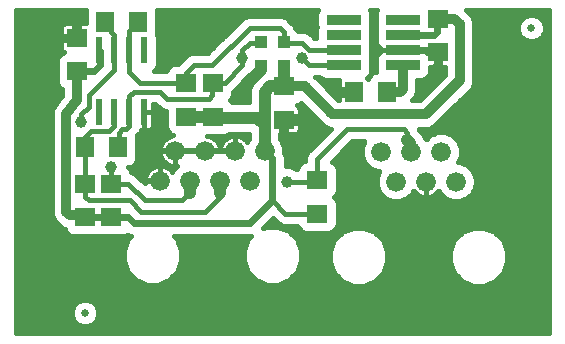
<source format=gtl>
G75*
%MOIN*%
%OFA0B0*%
%FSLAX24Y24*%
%IPPOS*%
%LPD*%
%AMOC8*
5,1,8,0,0,1.08239X$1,22.5*
%
%ADD10R,0.0630X0.0709*%
%ADD11R,0.0236X0.0866*%
%ADD12R,0.1181X0.0354*%
%ADD13R,0.0709X0.0630*%
%ADD14R,0.0710X0.0630*%
%ADD15R,0.0630X0.0710*%
%ADD16C,0.0660*%
%ADD17R,0.0394X0.0394*%
%ADD18C,0.0250*%
%ADD19C,0.0320*%
%ADD20C,0.0396*%
%ADD21C,0.0400*%
%ADD22C,0.0240*%
%ADD23C,0.0160*%
D10*
X011691Y008693D03*
X012793Y008693D03*
D11*
X004713Y008051D03*
X004213Y008051D03*
X003713Y008051D03*
X003213Y008051D03*
X003213Y010099D03*
X003713Y010099D03*
X004213Y010099D03*
X004713Y010099D03*
D12*
X011361Y010104D03*
X011361Y010604D03*
X011361Y011104D03*
X013330Y011104D03*
X013330Y010604D03*
X013330Y010104D03*
X013330Y009604D03*
X011361Y009604D03*
D13*
X009356Y008887D03*
X009356Y007785D03*
X014499Y010046D03*
X014499Y011148D03*
X002463Y010501D03*
X002463Y009399D03*
D14*
X006117Y009003D03*
X006999Y009003D03*
X006999Y007883D03*
X006117Y007883D03*
X003606Y005646D03*
X002731Y005646D03*
X002731Y004526D03*
X003606Y004526D03*
X010481Y004651D03*
X010481Y005771D03*
D15*
X003848Y006878D03*
X002728Y006878D03*
X003396Y011042D03*
X004516Y011042D03*
D16*
X005731Y006745D03*
X006731Y006745D03*
X007731Y006745D03*
X008731Y006745D03*
X008231Y005745D03*
X007231Y005745D03*
X006231Y005745D03*
X005231Y005745D03*
X012606Y006711D03*
X013606Y006711D03*
X014606Y006711D03*
X014106Y005711D03*
X013106Y005711D03*
X015106Y005711D03*
D17*
X009375Y009567D03*
X008587Y009567D03*
X008587Y010355D03*
X009375Y010355D03*
D18*
X017610Y010836D03*
X002735Y001336D03*
D19*
X002731Y004526D02*
X002546Y004586D01*
X002231Y004586D01*
X002106Y004711D01*
X002106Y007961D01*
X002463Y008443D01*
X002463Y009399D01*
X002463Y010501D02*
X002463Y011068D01*
X002481Y011086D01*
X009356Y008887D02*
X010055Y008887D01*
X010981Y007961D01*
X014106Y007961D01*
X015231Y009086D01*
X015231Y010961D01*
X015044Y011148D01*
X014499Y011148D01*
X013330Y009604D02*
X013330Y008809D01*
X013231Y008711D01*
X012811Y008711D01*
X012793Y008693D01*
X011691Y008693D02*
X011124Y008693D01*
X010981Y008836D01*
D20*
X010981Y008836D03*
X009981Y009836D03*
X007981Y009836D03*
X008106Y008961D03*
X009981Y007711D03*
X009481Y005711D03*
X003606Y006211D03*
X002606Y007711D03*
X005481Y009711D03*
X002481Y011086D03*
X009856Y011086D03*
X014481Y009461D03*
D21*
X013481Y007086D02*
X013569Y006998D01*
X009981Y007711D02*
X009907Y007785D01*
X009356Y007785D01*
X008731Y007586D02*
X008481Y007836D01*
X007046Y007836D01*
X006999Y007883D01*
X006117Y007883D01*
X008106Y008961D02*
X008587Y009442D01*
X008587Y009567D01*
X009375Y009567D02*
X009375Y008906D01*
X009356Y008887D01*
X008907Y008887D01*
X008731Y008711D01*
X008731Y006745D01*
X008731Y007586D01*
X007231Y005745D02*
X007231Y005336D01*
X006231Y005336D02*
X006231Y005745D01*
D22*
X004356Y004336D02*
X004166Y004526D01*
X003606Y004526D01*
X002731Y004526D01*
X004356Y004336D02*
X008231Y004336D01*
X008981Y005086D01*
X008981Y006495D01*
X008731Y006745D01*
X003231Y009586D02*
X003231Y010081D01*
X003213Y010099D01*
X003231Y009586D02*
X003044Y009399D01*
X002463Y009399D01*
X013330Y010104D02*
X014441Y010104D01*
X014499Y010046D01*
X014499Y009479D01*
X014481Y009461D01*
X014374Y010604D02*
X013330Y010604D01*
X014374Y010604D02*
X014481Y010711D01*
X014481Y011130D01*
X014499Y011148D01*
D23*
X000430Y011433D02*
X000430Y000656D01*
X018215Y000656D01*
X018215Y011433D01*
X015438Y011433D01*
X015638Y011233D01*
X015711Y011056D01*
X015711Y010865D01*
X015711Y008990D01*
X015638Y008814D01*
X014513Y007689D01*
X014513Y007689D01*
X014378Y007554D01*
X014202Y007481D01*
X013854Y007481D01*
X013877Y007425D01*
X014010Y007293D01*
X014056Y007180D01*
X014106Y007130D01*
X014238Y007262D01*
X014477Y007361D01*
X014735Y007361D01*
X014974Y007262D01*
X015157Y007079D01*
X015256Y006840D01*
X015256Y006582D01*
X015165Y006361D01*
X015235Y006361D01*
X015474Y006262D01*
X015657Y006079D01*
X015756Y005840D01*
X015756Y005582D01*
X015657Y005343D01*
X015474Y005160D01*
X015235Y005061D01*
X014977Y005061D01*
X014738Y005160D01*
X014555Y005343D01*
X014524Y005418D01*
X014495Y005379D01*
X014438Y005322D01*
X014373Y005275D01*
X014302Y005238D01*
X014226Y005213D01*
X014146Y005201D01*
X014115Y005201D01*
X014115Y005702D01*
X014098Y005702D01*
X014098Y005201D01*
X014066Y005201D01*
X013987Y005213D01*
X013910Y005238D01*
X013839Y005275D01*
X013774Y005322D01*
X013717Y005379D01*
X013688Y005418D01*
X013657Y005343D01*
X013474Y005160D01*
X013235Y005061D01*
X012977Y005061D01*
X012738Y005160D01*
X012555Y005343D01*
X012456Y005582D01*
X012456Y005840D01*
X012548Y006061D01*
X012477Y006061D01*
X012238Y006160D01*
X012055Y006343D01*
X011956Y006582D01*
X011956Y006840D01*
X012048Y007061D01*
X011647Y007061D01*
X010965Y006379D01*
X011017Y006357D01*
X011107Y006267D01*
X011156Y006149D01*
X011156Y005392D01*
X011107Y005274D01*
X011044Y005211D01*
X011107Y005147D01*
X011156Y005030D01*
X011156Y004272D01*
X011107Y004155D01*
X011017Y004065D01*
X010900Y004016D01*
X010063Y004016D01*
X009945Y004065D01*
X009855Y004155D01*
X009815Y004251D01*
X009336Y004251D01*
X009189Y004312D01*
X009009Y004492D01*
X008675Y004158D01*
X008790Y004205D01*
X009172Y004205D01*
X009525Y004059D01*
X009795Y003789D01*
X009941Y003436D01*
X009941Y003054D01*
X009795Y002702D01*
X009525Y002431D01*
X009172Y002285D01*
X008790Y002285D01*
X008437Y002431D01*
X008167Y002702D01*
X008021Y003054D01*
X008021Y003436D01*
X008167Y003789D01*
X008274Y003896D01*
X005688Y003896D01*
X005795Y003789D01*
X005941Y003436D01*
X005941Y003054D01*
X005795Y002702D01*
X005525Y002431D01*
X005172Y002285D01*
X004790Y002285D01*
X004437Y002431D01*
X004167Y002702D01*
X004021Y003054D01*
X004021Y003436D01*
X004167Y003789D01*
X004274Y003896D01*
X004269Y003896D01*
X004148Y003946D01*
X004142Y003940D01*
X004025Y003891D01*
X003188Y003891D01*
X003169Y003899D01*
X003150Y003891D01*
X002313Y003891D01*
X002195Y003940D01*
X002105Y004030D01*
X002061Y004137D01*
X001959Y004179D01*
X001699Y004439D01*
X001626Y004615D01*
X000430Y004615D01*
X000430Y004457D02*
X001692Y004457D01*
X001626Y004615D02*
X001626Y007925D01*
X001617Y007985D01*
X001626Y008020D01*
X001626Y008056D01*
X001649Y008112D01*
X001664Y008170D01*
X001685Y008199D01*
X001699Y008233D01*
X001742Y008275D01*
X001983Y008602D01*
X001983Y008790D01*
X001928Y008813D01*
X001838Y008903D01*
X001789Y009020D01*
X001789Y009777D01*
X001838Y009895D01*
X001928Y009985D01*
X002027Y010026D01*
X001999Y010042D01*
X001965Y010076D01*
X001941Y010117D01*
X001929Y010163D01*
X000430Y010163D01*
X000430Y010321D02*
X001929Y010321D01*
X001929Y010424D02*
X001929Y010163D01*
X001974Y010004D02*
X000430Y010004D01*
X000430Y009846D02*
X001817Y009846D01*
X001789Y009687D02*
X000430Y009687D01*
X000430Y009529D02*
X001789Y009529D01*
X001789Y009370D02*
X000430Y009370D01*
X000430Y009212D02*
X001789Y009212D01*
X001789Y009053D02*
X000430Y009053D01*
X000430Y008895D02*
X001846Y008895D01*
X001983Y008736D02*
X000430Y008736D01*
X000430Y008578D02*
X001966Y008578D01*
X001848Y008419D02*
X000430Y008419D01*
X000430Y008261D02*
X001727Y008261D01*
X001645Y008102D02*
X000430Y008102D01*
X000430Y007944D02*
X001623Y007944D01*
X001626Y007785D02*
X000430Y007785D01*
X000430Y007627D02*
X001626Y007627D01*
X001626Y007468D02*
X000430Y007468D01*
X000430Y007310D02*
X001626Y007310D01*
X001626Y007151D02*
X000430Y007151D01*
X000430Y006993D02*
X001626Y006993D01*
X001626Y006834D02*
X000430Y006834D01*
X000430Y006676D02*
X001626Y006676D01*
X001626Y006517D02*
X000430Y006517D01*
X000430Y006359D02*
X001626Y006359D01*
X001626Y006200D02*
X000430Y006200D01*
X000430Y006042D02*
X001626Y006042D01*
X001626Y005883D02*
X000430Y005883D01*
X000430Y005725D02*
X001626Y005725D01*
X001626Y005566D02*
X000430Y005566D01*
X000430Y005408D02*
X001626Y005408D01*
X001626Y005249D02*
X000430Y005249D01*
X000430Y005091D02*
X001626Y005091D01*
X001626Y004932D02*
X000430Y004932D01*
X000430Y004774D02*
X001626Y004774D01*
X001840Y004298D02*
X000430Y004298D01*
X000430Y004140D02*
X002054Y004140D01*
X002153Y003981D02*
X000430Y003981D01*
X000430Y003823D02*
X004201Y003823D01*
X004116Y003664D02*
X000430Y003664D01*
X000430Y003506D02*
X004050Y003506D01*
X004021Y003347D02*
X000430Y003347D01*
X000430Y003189D02*
X004021Y003189D01*
X004031Y003030D02*
X000430Y003030D01*
X000430Y002872D02*
X004097Y002872D01*
X004162Y002713D02*
X000430Y002713D01*
X000430Y002555D02*
X004314Y002555D01*
X004522Y002396D02*
X000430Y002396D01*
X000430Y002238D02*
X018215Y002238D01*
X018215Y002396D02*
X016398Y002396D01*
X016400Y002397D02*
X016670Y002667D01*
X016816Y003020D01*
X016816Y003402D01*
X016670Y003755D01*
X016400Y004025D01*
X016047Y004171D01*
X015665Y004171D01*
X015312Y004025D01*
X015042Y003755D01*
X014896Y003402D01*
X014896Y003020D01*
X015042Y002667D01*
X015312Y002397D01*
X015665Y002251D01*
X016047Y002251D01*
X016400Y002397D01*
X016558Y002555D02*
X018215Y002555D01*
X018215Y002713D02*
X016689Y002713D01*
X016755Y002872D02*
X018215Y002872D01*
X018215Y003030D02*
X016816Y003030D01*
X016816Y003189D02*
X018215Y003189D01*
X018215Y003347D02*
X016816Y003347D01*
X016773Y003506D02*
X018215Y003506D01*
X018215Y003664D02*
X016707Y003664D01*
X016602Y003823D02*
X018215Y003823D01*
X018215Y003981D02*
X016443Y003981D01*
X016122Y004140D02*
X018215Y004140D01*
X018215Y004298D02*
X011156Y004298D01*
X011092Y004140D02*
X011590Y004140D01*
X011665Y004171D02*
X011312Y004025D01*
X011042Y003755D01*
X010896Y003402D01*
X010896Y003020D01*
X011042Y002667D01*
X011312Y002397D01*
X011665Y002251D01*
X012047Y002251D01*
X012400Y002397D01*
X012670Y002667D01*
X012816Y003020D01*
X012816Y003402D01*
X012670Y003755D01*
X012400Y004025D01*
X012047Y004171D01*
X011665Y004171D01*
X011269Y003981D02*
X009603Y003981D01*
X009761Y003823D02*
X011111Y003823D01*
X011005Y003664D02*
X009847Y003664D01*
X009912Y003506D02*
X010939Y003506D01*
X010896Y003347D02*
X009941Y003347D01*
X009941Y003189D02*
X010896Y003189D01*
X010896Y003030D02*
X009931Y003030D01*
X009866Y002872D02*
X010958Y002872D01*
X011023Y002713D02*
X009800Y002713D01*
X009648Y002555D02*
X011155Y002555D01*
X011314Y002396D02*
X009440Y002396D01*
X008522Y002396D02*
X005440Y002396D01*
X005648Y002555D02*
X008314Y002555D01*
X008162Y002713D02*
X005800Y002713D01*
X005866Y002872D02*
X008097Y002872D01*
X008031Y003030D02*
X005931Y003030D01*
X005941Y003189D02*
X008021Y003189D01*
X008021Y003347D02*
X005941Y003347D01*
X005912Y003506D02*
X008050Y003506D01*
X008116Y003664D02*
X005847Y003664D01*
X005761Y003823D02*
X008201Y003823D01*
X008816Y004298D02*
X009222Y004298D01*
X009330Y004140D02*
X009870Y004140D01*
X009044Y004457D02*
X008974Y004457D01*
X009416Y004651D02*
X008981Y005086D01*
X009416Y004651D02*
X010481Y004651D01*
X011156Y004615D02*
X018215Y004615D01*
X018215Y004457D02*
X011156Y004457D01*
X011156Y004774D02*
X018215Y004774D01*
X018215Y004932D02*
X011156Y004932D01*
X011131Y005091D02*
X012904Y005091D01*
X013308Y005091D02*
X014904Y005091D01*
X014648Y005249D02*
X014324Y005249D01*
X014115Y005249D02*
X014098Y005249D01*
X014098Y005408D02*
X014115Y005408D01*
X014098Y005566D02*
X014115Y005566D01*
X013889Y005249D02*
X013564Y005249D01*
X013684Y005408D02*
X013696Y005408D01*
X014516Y005408D02*
X014528Y005408D01*
X015308Y005091D02*
X018215Y005091D01*
X018215Y005249D02*
X015564Y005249D01*
X015684Y005408D02*
X018215Y005408D01*
X018215Y005566D02*
X015750Y005566D01*
X015756Y005725D02*
X018215Y005725D01*
X018215Y005883D02*
X015738Y005883D01*
X015673Y006042D02*
X018215Y006042D01*
X018215Y006200D02*
X015536Y006200D01*
X015240Y006359D02*
X018215Y006359D01*
X018215Y006517D02*
X015230Y006517D01*
X015256Y006676D02*
X018215Y006676D01*
X018215Y006834D02*
X015256Y006834D01*
X015193Y006993D02*
X018215Y006993D01*
X018215Y007151D02*
X015085Y007151D01*
X014859Y007310D02*
X018215Y007310D01*
X018215Y007468D02*
X013859Y007468D01*
X013993Y007310D02*
X014354Y007310D01*
X014127Y007151D02*
X014085Y007151D01*
X013606Y006998D02*
X013606Y006711D01*
X013606Y006998D02*
X013569Y006998D01*
X013481Y007086D02*
X013481Y007336D01*
X013356Y007461D01*
X011481Y007461D01*
X010481Y006461D01*
X010481Y005771D01*
X010421Y005711D01*
X009481Y005711D01*
X009806Y006119D02*
X009775Y006150D01*
X009584Y006229D01*
X009421Y006229D01*
X009421Y006583D01*
X009381Y006679D01*
X009381Y006875D01*
X009282Y007114D01*
X009251Y007145D01*
X009251Y007290D01*
X009279Y007290D01*
X009279Y007707D01*
X009434Y007707D01*
X009434Y007862D01*
X009891Y007862D01*
X009891Y008123D01*
X009878Y008169D01*
X009855Y008210D01*
X009821Y008244D01*
X009793Y008260D01*
X009892Y008301D01*
X009927Y008336D01*
X010709Y007554D01*
X010886Y007481D01*
X010935Y007481D01*
X010255Y006800D01*
X010142Y006687D01*
X010081Y006540D01*
X010081Y006406D01*
X010063Y006406D01*
X009945Y006357D01*
X009855Y006267D01*
X009806Y006149D01*
X009806Y006119D01*
X009827Y006200D02*
X009653Y006200D01*
X009421Y006359D02*
X009950Y006359D01*
X010081Y006517D02*
X009421Y006517D01*
X009383Y006676D02*
X010137Y006676D01*
X010289Y006834D02*
X009381Y006834D01*
X009332Y006993D02*
X010448Y006993D01*
X010606Y007151D02*
X009251Y007151D01*
X009279Y007310D02*
X009434Y007310D01*
X009434Y007290D02*
X009734Y007290D01*
X009780Y007302D01*
X009821Y007326D01*
X009855Y007359D01*
X009878Y007400D01*
X009891Y007446D01*
X009891Y007707D01*
X009434Y007707D01*
X009434Y007290D01*
X009434Y007468D02*
X009279Y007468D01*
X009279Y007627D02*
X009434Y007627D01*
X009434Y007785D02*
X010478Y007785D01*
X010636Y007627D02*
X009891Y007627D01*
X009891Y007468D02*
X010923Y007468D01*
X010765Y007310D02*
X009794Y007310D01*
X009891Y007944D02*
X010319Y007944D01*
X010161Y008102D02*
X009891Y008102D01*
X009795Y008261D02*
X010002Y008261D01*
X010884Y008736D02*
X011613Y008736D01*
X011613Y008771D02*
X011613Y008616D01*
X011196Y008616D01*
X011196Y008441D01*
X011180Y008441D01*
X010462Y009159D01*
X010417Y009204D01*
X010541Y009204D01*
X010589Y009155D01*
X010707Y009106D01*
X011205Y009106D01*
X011196Y009071D01*
X011196Y008771D01*
X011613Y008771D01*
X011196Y008895D02*
X010726Y008895D01*
X010567Y009053D02*
X011196Y009053D01*
X011196Y008578D02*
X011043Y008578D01*
X012143Y009165D02*
X012223Y009245D01*
X012272Y009363D01*
X012272Y009844D01*
X012268Y009854D01*
X012272Y009863D01*
X012272Y010344D01*
X012268Y010354D01*
X012272Y010363D01*
X012272Y010844D01*
X012268Y010854D01*
X012272Y010863D01*
X012272Y011344D01*
X012235Y011433D01*
X012456Y011433D01*
X012419Y011344D01*
X012419Y010863D01*
X012423Y010854D01*
X012419Y010844D01*
X012419Y010363D01*
X012468Y010245D01*
X012558Y010155D01*
X012559Y010155D01*
X012559Y010112D01*
X012662Y010112D01*
X012675Y010106D01*
X013321Y010106D01*
X013321Y010101D01*
X012675Y010101D01*
X012662Y010095D01*
X012559Y010095D01*
X012559Y010053D01*
X012558Y010052D01*
X012468Y009962D01*
X012419Y009844D01*
X012419Y009367D01*
X012415Y009367D01*
X012297Y009319D01*
X012207Y009229D01*
X012166Y009130D01*
X012150Y009158D01*
X012143Y009165D01*
X012190Y009212D02*
X012200Y009212D01*
X012272Y009370D02*
X012419Y009370D01*
X012419Y009529D02*
X012272Y009529D01*
X012272Y009687D02*
X012419Y009687D01*
X012420Y009846D02*
X012271Y009846D01*
X012272Y010004D02*
X012510Y010004D01*
X012550Y010163D02*
X012272Y010163D01*
X012272Y010321D02*
X012436Y010321D01*
X012419Y010480D02*
X012272Y010480D01*
X012272Y010638D02*
X012419Y010638D01*
X012419Y010797D02*
X012272Y010797D01*
X012272Y010955D02*
X012419Y010955D01*
X012419Y011114D02*
X012272Y011114D01*
X012272Y011272D02*
X012419Y011272D01*
X012455Y011431D02*
X012236Y011431D01*
X010487Y011433D02*
X010451Y011344D01*
X010451Y010863D01*
X010454Y010854D01*
X010451Y010844D01*
X010451Y010504D01*
X010379Y010504D01*
X010320Y010562D01*
X010208Y010675D01*
X010061Y010736D01*
X009840Y010736D01*
X009753Y010823D01*
X009741Y010828D01*
X009695Y010937D01*
X009583Y011050D01*
X009458Y011175D01*
X009311Y011236D01*
X008152Y011236D01*
X008005Y011175D01*
X006815Y009986D01*
X006277Y009986D01*
X006130Y009925D01*
X006017Y009812D01*
X005843Y009638D01*
X005698Y009638D01*
X005581Y009589D01*
X005491Y009499D01*
X005451Y009403D01*
X005022Y009403D01*
X005103Y009484D01*
X005152Y009602D01*
X005152Y010595D01*
X005145Y010611D01*
X005151Y010624D01*
X005151Y011433D01*
X010487Y011433D01*
X010486Y011431D02*
X005151Y011431D01*
X005151Y011272D02*
X010451Y011272D01*
X010451Y011114D02*
X009519Y011114D01*
X009677Y010955D02*
X010451Y010955D01*
X010451Y010797D02*
X009779Y010797D01*
X009356Y010711D02*
X009356Y010373D01*
X009375Y010355D01*
X009394Y010336D01*
X009981Y010336D01*
X010213Y010104D01*
X011361Y010104D01*
X011361Y009604D02*
X010213Y009604D01*
X009981Y009836D01*
X008606Y009549D02*
X008606Y009321D01*
X008569Y009284D01*
X008569Y009549D01*
X008606Y009549D01*
X008606Y009529D02*
X008569Y009529D01*
X008569Y009370D02*
X008606Y009370D01*
X008475Y009190D02*
X008367Y009190D01*
X008321Y009203D01*
X008280Y009226D01*
X008247Y009260D01*
X008237Y009276D01*
X008208Y009247D01*
X007674Y008713D01*
X007674Y008624D01*
X007625Y008507D01*
X007561Y008443D01*
X007625Y008380D01*
X007635Y008356D01*
X008211Y008356D01*
X008211Y008814D01*
X008290Y009005D01*
X008437Y009152D01*
X008475Y009190D01*
X008305Y009212D02*
X008173Y009212D01*
X008014Y009053D02*
X008338Y009053D01*
X008245Y008895D02*
X007856Y008895D01*
X007697Y008736D02*
X008211Y008736D01*
X008211Y008578D02*
X007655Y008578D01*
X007585Y008419D02*
X008211Y008419D01*
X007398Y009003D02*
X007981Y009586D01*
X007981Y009836D01*
X007981Y010086D01*
X008231Y010336D01*
X008569Y010336D01*
X008587Y010355D01*
X008231Y010836D02*
X006981Y009586D01*
X006356Y009586D01*
X006117Y009347D01*
X006117Y009003D01*
X004564Y009003D01*
X004213Y009354D01*
X004213Y010099D01*
X004213Y010740D01*
X004516Y011042D01*
X005151Y011114D02*
X007944Y011114D01*
X007785Y010955D02*
X005151Y010955D01*
X005151Y010797D02*
X007627Y010797D01*
X007468Y010638D02*
X005151Y010638D01*
X005152Y010480D02*
X007310Y010480D01*
X007151Y010321D02*
X005152Y010321D01*
X005152Y010163D02*
X006993Y010163D01*
X006834Y010004D02*
X005152Y010004D01*
X005152Y009846D02*
X006051Y009846D01*
X006017Y009812D02*
X006017Y009812D01*
X005892Y009687D02*
X005152Y009687D01*
X005121Y009529D02*
X005520Y009529D01*
X005231Y008711D02*
X004356Y008711D01*
X004213Y008568D01*
X004213Y008051D01*
X004213Y007568D01*
X004106Y007461D01*
X003981Y007461D01*
X003856Y007336D01*
X003856Y006886D01*
X003848Y006878D01*
X004483Y006834D02*
X005229Y006834D01*
X005234Y006865D02*
X005221Y006785D01*
X005221Y006754D01*
X005723Y006754D01*
X005723Y006737D01*
X005740Y006737D01*
X005740Y006754D01*
X006221Y006754D01*
X006723Y006754D01*
X006723Y006737D01*
X005740Y006737D01*
X005740Y006235D01*
X005771Y006235D01*
X005808Y006241D01*
X005680Y006114D01*
X005649Y006038D01*
X005620Y006078D01*
X005563Y006134D01*
X005498Y006182D01*
X005427Y006218D01*
X005351Y006243D01*
X005271Y006255D01*
X005240Y006255D01*
X005240Y005754D01*
X005223Y005754D01*
X005223Y006255D01*
X005191Y006255D01*
X005112Y006243D01*
X005035Y006218D01*
X004964Y006182D01*
X004899Y006134D01*
X004842Y006078D01*
X004795Y006013D01*
X004759Y005941D01*
X004734Y005865D01*
X004721Y005785D01*
X004721Y005754D01*
X005223Y005754D01*
X005223Y005737D01*
X004721Y005737D01*
X004721Y005705D01*
X004729Y005653D01*
X004510Y005872D01*
X004398Y005985D01*
X004277Y006035D01*
X004232Y006142D01*
X004172Y006203D01*
X004227Y006203D01*
X004344Y006251D01*
X004434Y006342D01*
X004483Y006459D01*
X004483Y007272D01*
X004553Y007342D01*
X004585Y007419D01*
X004603Y007437D01*
X004603Y007438D01*
X004713Y007438D01*
X004713Y008051D01*
X004713Y008051D01*
X004713Y007438D01*
X004855Y007438D01*
X004901Y007451D01*
X004942Y007474D01*
X004976Y007508D01*
X004999Y007549D01*
X005012Y007595D01*
X005012Y008051D01*
X004713Y008051D01*
X004713Y008051D01*
X005012Y008051D01*
X005012Y008311D01*
X005065Y008311D01*
X005255Y008122D01*
X005402Y008061D01*
X005442Y008061D01*
X005442Y007505D01*
X005491Y007387D01*
X005581Y007297D01*
X005684Y007254D01*
X005612Y007243D01*
X005535Y007218D01*
X005464Y007182D01*
X005399Y007134D01*
X005342Y007078D01*
X005295Y007013D01*
X005259Y006941D01*
X005234Y006865D01*
X005221Y006737D02*
X005221Y006705D01*
X005234Y006626D01*
X005259Y006550D01*
X005295Y006478D01*
X005342Y006413D01*
X005399Y006356D01*
X005464Y006309D01*
X005535Y006273D01*
X005612Y006248D01*
X005691Y006235D01*
X005723Y006235D01*
X005723Y006737D01*
X005221Y006737D01*
X005226Y006676D02*
X004483Y006676D01*
X004483Y006517D02*
X005275Y006517D01*
X005396Y006359D02*
X004442Y006359D01*
X004174Y006200D02*
X005001Y006200D01*
X005223Y006200D02*
X005240Y006200D01*
X005223Y006042D02*
X005240Y006042D01*
X005223Y005883D02*
X005240Y005883D01*
X005646Y006042D02*
X005650Y006042D01*
X005767Y006200D02*
X005461Y006200D01*
X005723Y006359D02*
X005740Y006359D01*
X005723Y006517D02*
X005740Y006517D01*
X005723Y006676D02*
X005740Y006676D01*
X005285Y006993D02*
X004483Y006993D01*
X004483Y007151D02*
X005422Y007151D01*
X005568Y007310D02*
X004521Y007310D01*
X004713Y007468D02*
X004713Y007468D01*
X004713Y007627D02*
X004713Y007627D01*
X004713Y007785D02*
X004713Y007785D01*
X004713Y007944D02*
X004713Y007944D01*
X005012Y007944D02*
X005442Y007944D01*
X005442Y007785D02*
X005012Y007785D01*
X005012Y007627D02*
X005442Y007627D01*
X005457Y007468D02*
X004932Y007468D01*
X005012Y008102D02*
X005301Y008102D01*
X005115Y008261D02*
X005012Y008261D01*
X005231Y008711D02*
X005481Y008461D01*
X006856Y008461D01*
X006981Y008586D01*
X006981Y008985D01*
X006999Y009003D01*
X007398Y009003D01*
X009231Y010836D02*
X009356Y010711D01*
X009231Y010836D02*
X008231Y010836D01*
X010244Y010638D02*
X010451Y010638D01*
X013338Y010106D02*
X013984Y010106D01*
X013998Y010112D01*
X014100Y010112D01*
X014100Y010123D01*
X014421Y010123D01*
X014421Y009968D01*
X014185Y009968D01*
X014101Y010052D01*
X014100Y010053D01*
X014100Y010095D01*
X013998Y010095D01*
X013984Y010101D01*
X013338Y010101D01*
X013338Y010106D01*
X014149Y010004D02*
X014421Y010004D01*
X014421Y009968D02*
X014576Y009968D01*
X014576Y009551D01*
X014751Y009551D01*
X014751Y009285D01*
X013907Y008441D01*
X013640Y008441D01*
X013737Y008537D01*
X013810Y008714D01*
X013810Y009106D01*
X013984Y009106D01*
X014101Y009155D01*
X014191Y009245D01*
X014240Y009363D01*
X014240Y009551D01*
X014421Y009551D01*
X014421Y009968D01*
X014421Y009846D02*
X014576Y009846D01*
X014576Y009687D02*
X014421Y009687D01*
X014240Y009529D02*
X014751Y009529D01*
X014751Y009370D02*
X014240Y009370D01*
X014158Y009212D02*
X014678Y009212D01*
X014520Y009053D02*
X013810Y009053D01*
X013810Y008895D02*
X014361Y008895D01*
X014203Y008736D02*
X013810Y008736D01*
X013753Y008578D02*
X014044Y008578D01*
X014927Y008102D02*
X018215Y008102D01*
X018215Y008261D02*
X015085Y008261D01*
X015244Y008419D02*
X018215Y008419D01*
X018215Y008578D02*
X015402Y008578D01*
X015561Y008736D02*
X018215Y008736D01*
X018215Y008895D02*
X015672Y008895D01*
X015711Y009053D02*
X018215Y009053D01*
X018215Y009212D02*
X015711Y009212D01*
X015711Y009370D02*
X018215Y009370D01*
X018215Y009529D02*
X015711Y009529D01*
X015711Y009687D02*
X018215Y009687D01*
X018215Y009846D02*
X015711Y009846D01*
X015711Y010004D02*
X018215Y010004D01*
X018215Y010163D02*
X015711Y010163D01*
X015711Y010321D02*
X018215Y010321D01*
X018215Y010480D02*
X017883Y010480D01*
X017862Y010459D02*
X017987Y010584D01*
X018055Y010747D01*
X018055Y010924D01*
X017987Y011088D01*
X017862Y011213D01*
X017699Y011281D01*
X017522Y011281D01*
X017358Y011213D01*
X017233Y011088D01*
X017165Y010924D01*
X017165Y010747D01*
X017233Y010584D01*
X017358Y010459D01*
X017522Y010391D01*
X017699Y010391D01*
X017862Y010459D01*
X018010Y010638D02*
X018215Y010638D01*
X018215Y010797D02*
X018055Y010797D01*
X018042Y010955D02*
X018215Y010955D01*
X018215Y011114D02*
X017961Y011114D01*
X017719Y011272D02*
X018215Y011272D01*
X018215Y011431D02*
X015440Y011431D01*
X015598Y011272D02*
X017501Y011272D01*
X017259Y011114D02*
X015687Y011114D01*
X015711Y010955D02*
X017178Y010955D01*
X017165Y010797D02*
X015711Y010797D01*
X015711Y010638D02*
X017210Y010638D01*
X017337Y010480D02*
X015711Y010480D01*
X014768Y007944D02*
X018215Y007944D01*
X018215Y007785D02*
X014610Y007785D01*
X014451Y007627D02*
X018215Y007627D01*
X012540Y006042D02*
X011156Y006042D01*
X011156Y005883D02*
X012474Y005883D01*
X012456Y005725D02*
X011156Y005725D01*
X011156Y005566D02*
X012462Y005566D01*
X012528Y005408D02*
X011156Y005408D01*
X011082Y005249D02*
X012648Y005249D01*
X012197Y006200D02*
X011135Y006200D01*
X011013Y006359D02*
X012048Y006359D01*
X011983Y006517D02*
X011103Y006517D01*
X011262Y006676D02*
X011956Y006676D01*
X011956Y006834D02*
X011420Y006834D01*
X011579Y006993D02*
X012019Y006993D01*
X008211Y007145D02*
X008180Y007114D01*
X008149Y007038D01*
X008120Y007078D01*
X008063Y007134D01*
X007998Y007182D01*
X007927Y007218D01*
X007851Y007243D01*
X007771Y007255D01*
X007740Y007255D01*
X007740Y006754D01*
X007723Y006754D01*
X007723Y007255D01*
X007691Y007255D01*
X007612Y007243D01*
X007535Y007218D01*
X007464Y007182D01*
X007399Y007134D01*
X007342Y007078D01*
X007295Y007013D01*
X007259Y006941D01*
X007234Y006865D01*
X007231Y006849D01*
X007229Y006865D01*
X007204Y006941D01*
X007167Y007013D01*
X007120Y007078D01*
X007063Y007134D01*
X006998Y007182D01*
X006927Y007218D01*
X006851Y007243D01*
X006815Y007248D01*
X007417Y007248D01*
X007535Y007297D01*
X007554Y007316D01*
X008211Y007316D01*
X008211Y007145D01*
X008211Y007151D02*
X008040Y007151D01*
X008211Y007310D02*
X007548Y007310D01*
X007422Y007151D02*
X007040Y007151D01*
X007177Y006993D02*
X007285Y006993D01*
X007221Y006737D02*
X006740Y006737D01*
X006740Y006754D01*
X007723Y006754D01*
X007723Y006737D01*
X007221Y006737D01*
X007723Y006834D02*
X007740Y006834D01*
X007723Y006993D02*
X007740Y006993D01*
X007723Y007151D02*
X007740Y007151D01*
X007231Y005336D02*
X007231Y005211D01*
X006731Y004711D01*
X004606Y004711D01*
X004231Y005086D01*
X002856Y005086D01*
X002731Y005211D01*
X002731Y005646D01*
X002731Y006812D01*
X002728Y006878D01*
X002728Y007208D01*
X002919Y007398D01*
X003544Y007398D01*
X003713Y007568D01*
X003713Y008051D01*
X002856Y008211D02*
X002856Y008586D01*
X003713Y009443D01*
X003713Y010099D01*
X003713Y010604D01*
X003606Y010711D01*
X003606Y010832D01*
X003396Y011042D01*
X002761Y010996D02*
X002761Y011433D01*
X000430Y011433D01*
X000430Y011431D02*
X002761Y011431D01*
X002761Y011272D02*
X000430Y011272D01*
X000430Y011114D02*
X002761Y011114D01*
X002761Y010996D02*
X002541Y010996D01*
X002541Y010579D01*
X002386Y010579D01*
X002386Y010996D01*
X002085Y010996D01*
X002040Y010984D01*
X001999Y010960D01*
X001965Y010927D01*
X001941Y010886D01*
X001929Y010840D01*
X001929Y010579D01*
X002386Y010579D01*
X002386Y010424D01*
X001929Y010424D01*
X001929Y010638D02*
X000430Y010638D01*
X000430Y010797D02*
X001929Y010797D01*
X001994Y010955D02*
X000430Y010955D01*
X000430Y010480D02*
X002386Y010480D01*
X002386Y010638D02*
X002541Y010638D01*
X002541Y010797D02*
X002386Y010797D01*
X002386Y010955D02*
X002541Y010955D01*
X002856Y008211D02*
X002606Y007961D01*
X002606Y007711D01*
X003606Y006211D02*
X003606Y005646D01*
X004171Y005646D01*
X004731Y005086D01*
X005981Y005086D01*
X006231Y005336D01*
X004816Y006042D02*
X004274Y006042D01*
X004499Y005883D02*
X004740Y005883D01*
X004721Y005725D02*
X004658Y005725D01*
X000430Y002079D02*
X018215Y002079D01*
X018215Y001921D02*
X000430Y001921D01*
X000430Y001762D02*
X002602Y001762D01*
X002647Y001781D02*
X002483Y001713D01*
X002358Y001588D01*
X002290Y001424D01*
X002290Y001247D01*
X002358Y001084D01*
X002483Y000959D01*
X002647Y000891D01*
X002824Y000891D01*
X002987Y000959D01*
X003112Y001084D01*
X003180Y001247D01*
X003180Y001424D01*
X003112Y001588D01*
X002987Y001713D01*
X002824Y001781D01*
X002647Y001781D01*
X002868Y001762D02*
X018215Y001762D01*
X018215Y001604D02*
X003096Y001604D01*
X003171Y001445D02*
X018215Y001445D01*
X018215Y001287D02*
X003180Y001287D01*
X003131Y001128D02*
X018215Y001128D01*
X018215Y000970D02*
X002998Y000970D01*
X002472Y000970D02*
X000430Y000970D01*
X000430Y001128D02*
X002339Y001128D01*
X002290Y001287D02*
X000430Y001287D01*
X000430Y001445D02*
X002299Y001445D01*
X002374Y001604D02*
X000430Y001604D01*
X000430Y000811D02*
X018215Y000811D01*
X015314Y002396D02*
X012398Y002396D01*
X012558Y002555D02*
X015155Y002555D01*
X015023Y002713D02*
X012689Y002713D01*
X012755Y002872D02*
X014958Y002872D01*
X014896Y003030D02*
X012816Y003030D01*
X012816Y003189D02*
X014896Y003189D01*
X014896Y003347D02*
X012816Y003347D01*
X012773Y003506D02*
X014939Y003506D01*
X015005Y003664D02*
X012707Y003664D01*
X012602Y003823D02*
X015111Y003823D01*
X015269Y003981D02*
X012443Y003981D01*
X012122Y004140D02*
X015590Y004140D01*
M02*

</source>
